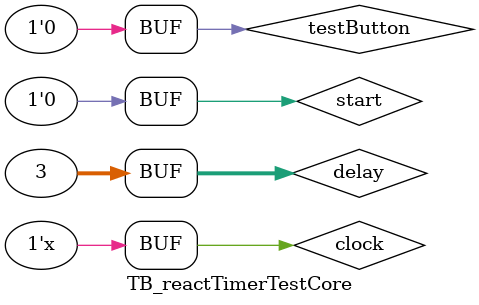
<source format=v>
`timescale 1ns / 1ps


module TB_reactTimerTestCore;

    reg [31:0] delay = 3;
    reg start = 0, testButton = 0, clock = 0;
    wire resultValid, timeout;
    wire [27:0] result;
    wire [15:0] leds;

    reactTimerTestCore UUT(
        .in_delay(delay),
        .in_start(start),
        .in_enable(1'b1),
        .in_reset(1'b0),
        .in_testButton(testButton),
        .in_clock(clock),
        .out_resultValid(resultValid),
        .out_timeout(timeout),
        .out_result(result),
        .out_leds(leds));
       
    always begin
        #1 clock = ~clock;
    end 
        
    initial begin
        #2 start = 1;
        #5 start = 0;
        #80 testButton = 1;
        #20 testButton = 0;
        #80 testButton = 1;
        #20 testButton = 0;
    end

endmodule

</source>
